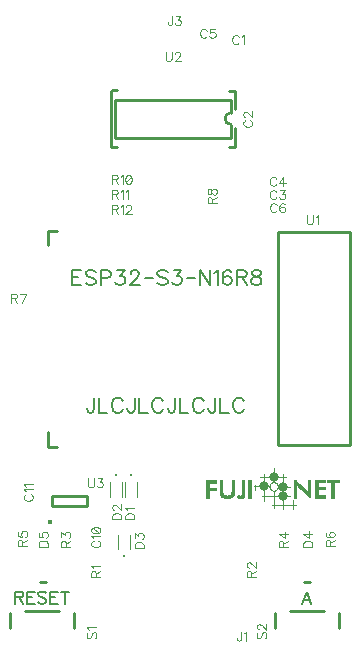
<source format=gbr>
G04 DipTrace 3.3.1.3*
G04 TopSilk.gbr*
%MOIN*%
G04 #@! TF.FileFunction,Legend,Top*
G04 #@! TF.Part,Single*
%ADD10C,0.009843*%
%ADD12C,0.003*%
%ADD13C,0.007874*%
%ADD22C,0.003937*%
%ADD43C,0.015401*%
%ADD49O,0.032613X0.032485*%
%ADD50C,0.032568*%
%ADD96C,0.004632*%
%ADD97C,0.00772*%
%ADD99C,0.006176*%
%FSLAX26Y26*%
G04*
G70*
G90*
G75*
G01*
G04 TopSilk*
%LPD*%
X857136Y945669D2*
D22*
Y898428D1*
X817766Y945669D2*
Y898428D1*
D13*
X837451Y969290D3*
X807136Y945669D2*
D22*
Y898428D1*
X767766Y945669D2*
Y898428D1*
D13*
X787451Y969290D3*
X792765Y722981D2*
D22*
Y770222D1*
X832135Y722981D2*
Y770222D1*
D13*
X812450Y699360D3*
X1434789Y613618D2*
D10*
X1415112D1*
X553539Y613619D2*
X533862D1*
X646193Y461265D2*
Y511262D1*
X433689Y461265D2*
Y511262D1*
X596185Y517514D2*
X483697D1*
X1528713Y461265D2*
Y511262D1*
X1316209Y461265D2*
Y511262D1*
X1478705Y517514D2*
X1366217D1*
X1565315Y1780392D2*
X1327825D1*
Y1071707D1*
X1565315D1*
Y1780392D1*
X590341Y1782337D2*
X559098Y1782262D1*
Y1738577D1*
Y1063554D2*
X590341D1*
X559098D2*
Y1113522D1*
X789015Y2252645D2*
X772638Y2252717D1*
X789798Y2063588D2*
X772638Y2063695D1*
X771112Y2251931D2*
Y2064445D1*
X1183612Y2251931D2*
Y2189436D1*
Y2126940D2*
Y2064445D1*
Y2251931D2*
X1164843D1*
X1170247Y2221201D2*
X784477D1*
X1170247Y2095211D2*
X784477D1*
Y2221201D2*
Y2095211D1*
X1170247Y2221201D2*
Y2177872D1*
Y2138504D2*
Y2095211D1*
Y2177872D2*
G03X1170247Y2138504I49J-19684D01*
G01*
X1183612Y2064445D2*
X1164843D1*
D43*
X566787Y814575D3*
X572050Y868641D2*
D10*
X690157D1*
X572050Y900132D2*
X690157D1*
Y868641D2*
Y900132D1*
X572050Y868641D2*
Y900132D1*
X1343977Y932046D2*
D22*
X1365266Y931907D1*
X1267564Y964281D2*
X1353852D1*
X1280971Y972153D2*
Y884829D1*
X1312316Y994243D2*
Y953915D1*
X1344204Y972000D2*
Y855657D1*
X1306427Y869266D2*
X1386827D1*
X1312452Y916621D2*
X1312316Y861311D1*
X1377043Y886478D2*
Y855657D1*
X1367576Y900351D2*
X1272274D1*
X1246003Y932073D2*
X1280745Y932198D1*
D49*
X1280292Y932060D3*
D50*
X1344091Y931949D3*
X1312248Y964406D3*
X1344000Y899658D3*
X1298274Y932247D2*
D22*
X1298308Y933231D1*
X1298409Y934211D1*
X1298577Y935181D1*
X1298811Y936137D1*
X1299110Y937074D1*
X1299472Y937988D1*
X1299896Y938873D1*
X1300380Y939727D1*
X1300921Y940543D1*
X1301517Y941320D1*
X1302164Y942052D1*
X1302860Y942736D1*
X1303601Y943370D1*
X1304384Y943949D1*
X1305204Y944471D1*
X1306058Y944933D1*
X1306942Y945334D1*
X1307851Y945671D1*
X1308781Y945942D1*
X1309728Y946147D1*
X1310686Y946284D1*
X1311651Y946353D1*
X1312618D1*
X1313583Y946284D1*
X1314541Y946147D1*
X1315488Y945942D1*
X1316418Y945671D1*
X1317327Y945334D1*
X1318211Y944933D1*
X1319065Y944471D1*
X1319885Y943949D1*
X1320668Y943370D1*
X1321409Y942736D1*
X1322105Y942052D1*
X1322752Y941320D1*
X1323348Y940543D1*
X1323889Y939727D1*
X1324373Y938873D1*
X1324797Y937988D1*
X1325159Y937074D1*
X1325458Y936137D1*
X1325692Y935181D1*
X1325860Y934211D1*
X1325961Y933231D1*
X1325995Y932247D1*
X1325961Y931262D1*
X1325860Y930282D1*
X1325692Y929312D1*
X1325458Y928356D1*
X1325159Y927419D1*
X1324797Y926506D1*
X1324373Y925620D1*
X1323889Y924767D1*
X1323348Y923950D1*
X1322752Y923174D1*
X1322105Y922442D1*
X1321409Y921757D1*
X1320668Y921124D1*
X1319885Y920545D1*
X1319065Y920023D1*
X1318211Y919560D1*
X1317327Y919159D1*
X1316418Y918823D1*
X1315488Y918551D1*
X1314541Y918346D1*
X1313583Y918209D1*
X1312618Y918140D1*
X1311651D1*
X1310686Y918209D1*
X1309728Y918346D1*
X1308781Y918551D1*
X1307851Y918823D1*
X1306942Y919159D1*
X1306058Y919560D1*
X1305204Y920023D1*
X1304384Y920545D1*
X1303601Y921124D1*
X1302860Y921757D1*
X1302164Y922442D1*
X1301517Y923174D1*
X1300921Y923950D1*
X1300380Y924767D1*
X1299896Y925620D1*
X1299472Y926506D1*
X1299110Y927419D1*
X1298811Y928356D1*
X1298577Y929312D1*
X1298409Y930282D1*
X1298308Y931262D1*
X1298274Y932247D1*
X1250804Y938421D2*
Y921472D1*
X1380738Y955213D2*
D12*
X1382238D1*
X1425738D2*
X1434738D1*
X1449738D2*
X1482738D1*
X1488738D2*
X1529238D1*
X1380738Y953713D2*
X1383738D1*
X1425738D2*
X1434738D1*
X1449738D2*
X1482738D1*
X1488738D2*
X1529238D1*
X1380738Y952213D2*
X1385238D1*
X1425738D2*
X1434738D1*
X1449738D2*
X1482738D1*
X1488738D2*
X1529238D1*
X1380738Y950713D2*
X1386738D1*
X1425738D2*
X1434738D1*
X1449738D2*
X1482738D1*
X1488738D2*
X1529238D1*
X1380738Y949213D2*
X1388238D1*
X1425738D2*
X1434738D1*
X1449738D2*
X1482738D1*
X1488738D2*
X1529238D1*
X1380738Y947713D2*
X1389738D1*
X1425738D2*
X1434738D1*
X1449738D2*
X1482738D1*
X1488738D2*
X1529238D1*
X1380738Y946213D2*
X1391238D1*
X1425738D2*
X1434738D1*
X1449738D2*
X1458738D1*
X1503738D2*
X1512738D1*
X1380738Y944713D2*
X1392738D1*
X1425738D2*
X1434738D1*
X1449738D2*
X1458738D1*
X1503738D2*
X1512738D1*
X1380738Y943213D2*
X1394238D1*
X1425738D2*
X1434738D1*
X1449738D2*
X1458738D1*
X1503738D2*
X1512738D1*
X1380738Y941713D2*
X1395738D1*
X1425738D2*
X1434738D1*
X1449738D2*
X1458738D1*
X1503738D2*
X1512738D1*
X1380738Y940213D2*
X1397244D1*
X1425738D2*
X1434738D1*
X1449738D2*
X1458738D1*
X1503738D2*
X1512738D1*
X1380738Y938713D2*
X1398797D1*
X1425738D2*
X1434738D1*
X1449738D2*
X1458738D1*
X1503738D2*
X1512738D1*
X1380738Y937213D2*
X1400488D1*
X1425738D2*
X1434738D1*
X1449738D2*
X1458738D1*
X1503738D2*
X1512738D1*
X1380738Y935713D2*
X1388238D1*
X1391007D2*
X1402347D1*
X1425738D2*
X1434738D1*
X1449738D2*
X1458738D1*
X1503738D2*
X1512738D1*
X1380738Y934213D2*
X1388238D1*
X1392135D2*
X1404232D1*
X1425738D2*
X1434738D1*
X1449738D2*
X1458738D1*
X1503738D2*
X1512738D1*
X1380738Y932713D2*
X1388238D1*
X1393252D2*
X1405994D1*
X1425738D2*
X1434738D1*
X1449738D2*
X1458738D1*
X1503738D2*
X1512738D1*
X1380738Y931213D2*
X1388238D1*
X1394542D2*
X1407633D1*
X1425738D2*
X1434738D1*
X1449738D2*
X1482738D1*
X1503738D2*
X1512738D1*
X1380738Y929713D2*
X1388238D1*
X1396094D2*
X1409196D1*
X1425738D2*
X1434738D1*
X1449738D2*
X1482738D1*
X1503738D2*
X1512738D1*
X1380738Y928213D2*
X1388238D1*
X1397889D2*
X1410723D1*
X1425738D2*
X1434738D1*
X1449738D2*
X1482738D1*
X1503738D2*
X1512738D1*
X1380738Y926713D2*
X1388238D1*
X1399748D2*
X1412233D1*
X1425738D2*
X1434738D1*
X1449738D2*
X1482738D1*
X1503738D2*
X1512738D1*
X1380738Y925213D2*
X1388238D1*
X1401499D2*
X1413736D1*
X1425738D2*
X1434738D1*
X1449738D2*
X1482738D1*
X1503738D2*
X1512738D1*
X1380738Y923713D2*
X1388238D1*
X1403135D2*
X1415238D1*
X1425738D2*
X1434738D1*
X1449738D2*
X1482738D1*
X1503738D2*
X1512738D1*
X1380738Y922213D2*
X1388238D1*
X1404697D2*
X1416738D1*
X1425738D2*
X1434738D1*
X1449738D2*
X1458738D1*
X1503738D2*
X1512738D1*
X1380738Y920713D2*
X1388238D1*
X1406223D2*
X1418244D1*
X1425733D2*
X1434738D1*
X1449738D2*
X1458738D1*
X1503738D2*
X1512738D1*
X1380738Y919213D2*
X1388238D1*
X1407739D2*
X1419801D1*
X1425675D2*
X1434738D1*
X1449738D2*
X1458738D1*
X1503738D2*
X1512738D1*
X1380738Y917713D2*
X1388238D1*
X1409295D2*
X1421533D1*
X1425444D2*
X1434738D1*
X1449738D2*
X1458738D1*
X1503738D2*
X1512738D1*
X1380738Y916213D2*
X1388238D1*
X1410987D2*
X1423546D1*
X1424931D2*
X1434738D1*
X1449738D2*
X1458738D1*
X1503738D2*
X1512738D1*
X1380738Y914713D2*
X1388238D1*
X1412847D2*
X1434738D1*
X1449738D2*
X1458738D1*
X1503738D2*
X1512738D1*
X1380738Y913213D2*
X1388238D1*
X1414732D2*
X1434738D1*
X1449738D2*
X1458738D1*
X1503738D2*
X1512738D1*
X1380738Y911713D2*
X1388238D1*
X1416494D2*
X1434738D1*
X1449738D2*
X1458738D1*
X1503738D2*
X1512738D1*
X1380738Y910213D2*
X1388238D1*
X1418133D2*
X1434738D1*
X1449738D2*
X1458738D1*
X1503738D2*
X1512738D1*
X1380738Y908713D2*
X1388238D1*
X1419696D2*
X1434738D1*
X1449738D2*
X1458738D1*
X1503738D2*
X1512738D1*
X1380738Y907213D2*
X1388238D1*
X1421223D2*
X1434738D1*
X1449738D2*
X1458738D1*
X1503738D2*
X1512738D1*
X1380738Y905713D2*
X1388238D1*
X1422733D2*
X1434738D1*
X1449738D2*
X1458738D1*
X1503738D2*
X1512738D1*
X1380738Y904213D2*
X1388238D1*
X1424242D2*
X1434738D1*
X1449738D2*
X1458738D1*
X1503738D2*
X1512738D1*
X1380738Y902713D2*
X1388238D1*
X1425796D2*
X1434738D1*
X1449738D2*
X1482738D1*
X1503738D2*
X1512738D1*
X1380738Y901213D2*
X1388238D1*
X1427489D2*
X1434738D1*
X1449738D2*
X1482738D1*
X1503738D2*
X1512738D1*
X1380738Y899713D2*
X1388238D1*
X1429361D2*
X1434738D1*
X1449738D2*
X1482738D1*
X1503738D2*
X1512738D1*
X1380738Y898213D2*
X1388238D1*
X1431308D2*
X1434738D1*
X1449738D2*
X1482738D1*
X1503738D2*
X1512738D1*
X1380738Y896713D2*
X1388238D1*
X1433238D2*
X1434738D1*
X1449738D2*
X1482738D1*
X1503738D2*
X1512738D1*
X1380738Y895213D2*
X1388238D1*
X1449738D2*
X1482738D1*
X1503738D2*
X1512738D1*
X1087222Y952552D2*
X1120222D1*
X1132222D2*
X1139722D1*
X1172722D2*
X1180222D1*
X1205722D2*
X1214722D1*
X1228222D2*
X1237222D1*
X1087222Y951052D2*
X1120222D1*
X1132222D2*
X1139722D1*
X1172722D2*
X1180222D1*
X1205722D2*
X1214722D1*
X1228222D2*
X1237222D1*
X1087222Y949552D2*
X1120222D1*
X1132222D2*
X1139722D1*
X1172722D2*
X1180222D1*
X1205722D2*
X1214722D1*
X1228222D2*
X1237222D1*
X1087222Y948052D2*
X1120222D1*
X1132222D2*
X1139722D1*
X1172722D2*
X1180222D1*
X1205722D2*
X1214722D1*
X1228222D2*
X1237222D1*
X1087222Y946552D2*
X1120222D1*
X1132222D2*
X1139722D1*
X1172722D2*
X1180222D1*
X1205722D2*
X1214722D1*
X1228222D2*
X1237222D1*
X1087222Y945052D2*
X1120222D1*
X1132222D2*
X1139722D1*
X1172722D2*
X1180222D1*
X1205722D2*
X1214722D1*
X1228222D2*
X1237222D1*
X1087222Y943552D2*
X1096222D1*
X1132222D2*
X1139722D1*
X1172722D2*
X1180222D1*
X1205722D2*
X1214722D1*
X1228222D2*
X1237222D1*
X1087222Y942052D2*
X1096222D1*
X1132222D2*
X1139722D1*
X1172722D2*
X1180222D1*
X1205722D2*
X1214722D1*
X1228222D2*
X1237222D1*
X1087222Y940552D2*
X1096222D1*
X1132222D2*
X1139722D1*
X1172722D2*
X1180222D1*
X1205722D2*
X1214722D1*
X1228222D2*
X1237222D1*
X1087222Y939052D2*
X1096222D1*
X1132222D2*
X1139722D1*
X1172722D2*
X1180222D1*
X1205722D2*
X1214722D1*
X1228222D2*
X1237222D1*
X1087222Y937552D2*
X1096222D1*
X1132222D2*
X1139722D1*
X1172722D2*
X1180222D1*
X1205722D2*
X1214722D1*
X1228222D2*
X1237222D1*
X1087222Y936052D2*
X1096222D1*
X1132222D2*
X1139722D1*
X1172722D2*
X1180222D1*
X1205722D2*
X1214722D1*
X1228222D2*
X1237222D1*
X1087222Y934552D2*
X1096222D1*
X1132222D2*
X1139722D1*
X1172722D2*
X1180222D1*
X1205722D2*
X1214722D1*
X1228222D2*
X1237222D1*
X1087222Y933052D2*
X1096222D1*
X1132222D2*
X1139722D1*
X1172722D2*
X1180222D1*
X1205722D2*
X1214722D1*
X1228222D2*
X1237222D1*
X1087222Y931552D2*
X1096222D1*
X1132222D2*
X1139722D1*
X1172722D2*
X1180222D1*
X1205722D2*
X1214722D1*
X1228222D2*
X1237222D1*
X1087222Y930052D2*
X1096222D1*
X1132222D2*
X1139722D1*
X1172722D2*
X1180222D1*
X1205722D2*
X1214722D1*
X1228222D2*
X1237222D1*
X1087222Y928552D2*
X1120222D1*
X1132222D2*
X1139722D1*
X1172722D2*
X1180222D1*
X1205722D2*
X1214722D1*
X1228222D2*
X1237222D1*
X1087222Y927052D2*
X1120222D1*
X1132222D2*
X1139722D1*
X1172722D2*
X1180222D1*
X1205722D2*
X1214722D1*
X1228222D2*
X1237222D1*
X1087222Y925552D2*
X1120222D1*
X1132222D2*
X1139722D1*
X1172722D2*
X1180222D1*
X1205722D2*
X1214722D1*
X1228222D2*
X1237222D1*
X1087222Y924052D2*
X1120222D1*
X1132222D2*
X1139722D1*
X1172722D2*
X1180222D1*
X1205722D2*
X1214722D1*
X1228222D2*
X1237222D1*
X1087222Y922552D2*
X1120222D1*
X1132222D2*
X1139722D1*
X1172722D2*
X1180222D1*
X1205722D2*
X1214722D1*
X1228222D2*
X1237222D1*
X1087222Y921052D2*
X1120222D1*
X1132222D2*
X1139728D1*
X1172722D2*
X1180222D1*
X1205722D2*
X1214722D1*
X1228222D2*
X1237222D1*
X1087222Y919552D2*
X1096222D1*
X1132222D2*
X1139781D1*
X1172717D2*
X1180222D1*
X1205722D2*
X1214722D1*
X1228222D2*
X1237222D1*
X1087222Y918052D2*
X1096222D1*
X1132222D2*
X1139972D1*
X1172664D2*
X1180222D1*
X1205722D2*
X1214722D1*
X1228222D2*
X1237222D1*
X1087222Y916552D2*
X1096222D1*
X1132222D2*
X1140331D1*
X1172473D2*
X1180222D1*
X1205722D2*
X1214722D1*
X1228222D2*
X1237222D1*
X1087222Y915052D2*
X1096222D1*
X1132222D2*
X1140716D1*
X1172113D2*
X1180222D1*
X1205722D2*
X1214722D1*
X1228222D2*
X1237222D1*
X1087222Y913552D2*
X1096222D1*
X1132222D2*
X1140984D1*
X1171723D2*
X1180222D1*
X1205722D2*
X1214722D1*
X1228222D2*
X1237222D1*
X1087222Y912052D2*
X1096222D1*
X1132228D2*
X1141175D1*
X1171409D2*
X1180217D1*
X1205722D2*
X1214722D1*
X1228222D2*
X1237222D1*
X1087222Y910552D2*
X1096222D1*
X1132281D2*
X1141436D1*
X1171073D2*
X1180164D1*
X1205722D2*
X1214722D1*
X1228222D2*
X1237222D1*
X1087222Y909052D2*
X1096222D1*
X1132472D2*
X1141886D1*
X1170585D2*
X1179973D1*
X1205717D2*
X1214722D1*
X1228222D2*
X1237222D1*
X1087222Y907552D2*
X1096222D1*
X1132837D2*
X1142589D1*
X1169866D2*
X1179608D1*
X1205658D2*
X1214722D1*
X1228222D2*
X1237222D1*
X1087222Y906052D2*
X1096222D1*
X1133280D2*
X1143510D1*
X1168937D2*
X1179164D1*
X1205391D2*
X1214717D1*
X1228222D2*
X1237222D1*
X1087222Y904552D2*
X1096222D1*
X1133786D2*
X1145836D1*
X1166610D2*
X1178659D1*
X1204870D2*
X1214664D1*
X1228222D2*
X1237222D1*
X1087222Y903052D2*
X1096222D1*
X1134481D2*
X1149815D1*
X1162630D2*
X1177964D1*
X1193722D2*
X1195222D1*
X1202988D2*
X1214467D1*
X1228222D2*
X1237222D1*
X1087222Y901552D2*
X1096222D1*
X1135353D2*
X1156078D1*
X1156367D2*
X1177092D1*
X1192291D2*
X1198832D1*
X1200157D2*
X1214055D1*
X1228222D2*
X1237222D1*
X1087222Y900052D2*
X1096222D1*
X1136334D2*
X1176111D1*
X1191101D2*
X1213473D1*
X1228222D2*
X1237222D1*
X1087222Y898552D2*
X1096222D1*
X1137610D2*
X1174835D1*
X1190210D2*
X1212788D1*
X1228222D2*
X1237222D1*
X1087222Y897052D2*
X1096222D1*
X1139476D2*
X1172969D1*
X1190366D2*
X1211958D1*
X1228222D2*
X1237222D1*
X1087222Y895552D2*
X1096222D1*
X1142046D2*
X1170399D1*
X1191818D2*
X1210796D1*
X1228222D2*
X1237222D1*
X1087222Y894052D2*
X1096222D1*
X1145231D2*
X1167214D1*
X1194038D2*
X1209150D1*
X1228222D2*
X1237222D1*
X1087222Y892552D2*
X1096222D1*
X1148722D2*
X1163722D1*
X1196722D2*
X1207222D1*
X1228222D2*
X1237222D1*
X1380738Y955213D2*
Y953713D1*
Y952213D1*
Y950713D1*
Y949213D1*
Y947713D1*
Y946213D1*
Y944713D1*
Y943213D1*
Y941713D1*
Y940213D1*
Y938713D1*
Y937213D1*
Y935713D1*
Y934213D1*
Y932713D1*
Y931213D1*
Y929713D1*
Y928213D1*
Y926713D1*
Y925213D1*
Y923713D1*
Y922213D1*
Y920713D1*
Y919213D1*
Y917713D1*
Y916213D1*
Y914713D1*
Y913213D1*
Y911713D1*
Y910213D1*
Y908713D1*
Y907213D1*
Y905713D1*
Y904213D1*
Y902713D1*
Y901213D1*
Y899713D1*
Y898213D1*
Y896713D1*
Y895213D1*
X1382238Y955213D2*
X1383738Y953713D1*
X1385238Y952213D1*
X1386738Y950713D1*
X1388238Y949213D1*
X1389738Y947713D1*
X1391238Y946213D1*
X1392738Y944713D1*
X1394238Y943213D1*
X1395738Y941713D1*
X1397244Y940213D1*
X1398797Y938713D1*
X1400488Y937213D1*
X1402347Y935713D1*
X1404232Y934213D1*
X1405994Y932713D1*
X1407633Y931213D1*
X1409196Y929713D1*
X1410723Y928213D1*
X1412233Y926713D1*
X1413736Y925213D1*
X1415238Y923713D1*
X1416738Y922213D1*
X1418244Y920713D1*
X1419801Y919213D1*
X1421533Y917713D1*
X1423546Y916213D1*
X1425738Y914713D1*
Y955213D2*
Y953713D1*
Y952213D1*
Y950713D1*
Y949213D1*
Y947713D1*
Y946213D1*
Y944713D1*
Y943213D1*
Y941713D1*
Y940213D1*
Y938713D1*
Y937213D1*
Y935713D1*
Y934213D1*
Y932713D1*
Y931213D1*
Y929713D1*
Y928213D1*
Y926713D1*
Y925213D1*
Y923713D1*
Y922213D1*
X1425733Y920713D1*
X1425675Y919213D1*
X1425444Y917713D1*
X1424931Y916213D1*
X1424238Y914713D1*
X1434738Y955213D2*
Y953713D1*
Y952213D1*
Y950713D1*
Y949213D1*
Y947713D1*
Y946213D1*
Y944713D1*
Y943213D1*
Y941713D1*
Y940213D1*
Y938713D1*
Y937213D1*
Y935713D1*
Y934213D1*
Y932713D1*
Y931213D1*
Y929713D1*
Y928213D1*
Y926713D1*
Y925213D1*
Y923713D1*
Y922213D1*
Y920713D1*
Y919213D1*
Y917713D1*
Y916213D1*
Y914713D1*
Y913213D1*
Y911713D1*
Y910213D1*
Y908713D1*
Y907213D1*
Y905713D1*
Y904213D1*
Y902713D1*
Y901213D1*
Y899713D1*
Y898213D1*
Y896713D1*
X1449738Y955213D2*
Y953713D1*
Y952213D1*
Y950713D1*
Y949213D1*
Y947713D1*
Y946213D1*
Y944713D1*
Y943213D1*
Y941713D1*
Y940213D1*
Y938713D1*
Y937213D1*
Y935713D1*
Y934213D1*
Y932713D1*
Y931213D1*
Y929713D1*
Y928213D1*
Y926713D1*
Y925213D1*
Y923713D1*
Y922213D1*
Y920713D1*
Y919213D1*
Y917713D1*
Y916213D1*
Y914713D1*
Y913213D1*
Y911713D1*
Y910213D1*
Y908713D1*
Y907213D1*
Y905713D1*
Y904213D1*
Y902713D1*
Y901213D1*
Y899713D1*
Y898213D1*
Y896713D1*
Y895213D1*
X1482738Y955213D2*
Y953713D1*
Y952213D1*
Y950713D1*
Y949213D1*
Y947713D1*
X1488738Y955213D2*
Y953713D1*
Y952213D1*
Y950713D1*
Y949213D1*
Y947713D1*
Y946213D1*
X1503738D1*
Y944713D1*
Y943213D1*
Y941713D1*
Y940213D1*
Y938713D1*
Y937213D1*
Y935713D1*
Y934213D1*
Y932713D1*
Y931213D1*
Y929713D1*
Y928213D1*
Y926713D1*
Y925213D1*
Y923713D1*
Y922213D1*
Y920713D1*
Y919213D1*
Y917713D1*
Y916213D1*
Y914713D1*
Y913213D1*
Y911713D1*
Y910213D1*
Y908713D1*
Y907213D1*
Y905713D1*
Y904213D1*
Y902713D1*
Y901213D1*
Y899713D1*
Y898213D1*
Y896713D1*
Y895213D1*
X1529238Y955213D2*
Y953713D1*
Y952213D1*
Y950713D1*
Y949213D1*
Y947713D1*
Y946213D1*
X1512738D1*
Y944713D1*
Y943213D1*
Y941713D1*
Y940213D1*
Y938713D1*
Y937213D1*
Y935713D1*
Y934213D1*
Y932713D1*
Y931213D1*
Y929713D1*
Y928213D1*
Y926713D1*
Y925213D1*
Y923713D1*
Y922213D1*
Y920713D1*
Y919213D1*
Y917713D1*
Y916213D1*
Y914713D1*
Y913213D1*
Y911713D1*
Y910213D1*
Y908713D1*
Y907213D1*
Y905713D1*
Y904213D1*
Y902713D1*
Y901213D1*
Y899713D1*
Y898213D1*
Y896713D1*
Y895213D1*
X1458738Y947713D2*
Y946213D1*
Y944713D1*
Y943213D1*
Y941713D1*
Y940213D1*
Y938713D1*
Y937213D1*
Y935713D1*
Y934213D1*
Y932713D1*
Y931213D1*
X1388238Y937213D2*
Y935713D1*
Y934213D1*
Y932713D1*
Y931213D1*
Y929713D1*
Y928213D1*
Y926713D1*
Y925213D1*
Y923713D1*
Y922213D1*
Y920713D1*
Y919213D1*
Y917713D1*
Y916213D1*
Y914713D1*
Y913213D1*
Y911713D1*
Y910213D1*
Y908713D1*
Y907213D1*
Y905713D1*
Y904213D1*
Y902713D1*
Y901213D1*
Y899713D1*
Y898213D1*
Y896713D1*
Y895213D1*
X1389738Y937213D2*
X1391007Y935713D1*
X1392135Y934213D1*
X1393252Y932713D1*
X1394542Y931213D1*
X1396094Y929713D1*
X1397889Y928213D1*
X1399748Y926713D1*
X1401499Y925213D1*
X1403135Y923713D1*
X1404697Y922213D1*
X1406223Y920713D1*
X1407739Y919213D1*
X1409295Y917713D1*
X1410987Y916213D1*
X1412847Y914713D1*
X1414732Y913213D1*
X1416494Y911713D1*
X1418133Y910213D1*
X1419696Y908713D1*
X1421223Y907213D1*
X1422733Y905713D1*
X1424242Y904213D1*
X1425796Y902713D1*
X1427489Y901213D1*
X1429361Y899713D1*
X1431308Y898213D1*
X1433238Y896713D1*
X1482738Y931213D2*
Y929713D1*
Y928213D1*
Y926713D1*
Y925213D1*
Y923713D1*
X1458738D2*
Y922213D1*
Y920713D1*
Y919213D1*
Y917713D1*
Y916213D1*
Y914713D1*
Y913213D1*
Y911713D1*
Y910213D1*
Y908713D1*
Y907213D1*
Y905713D1*
Y904213D1*
Y902713D1*
X1482738D2*
Y901213D1*
Y899713D1*
Y898213D1*
Y896713D1*
Y895213D1*
X1087222Y952552D2*
Y951052D1*
Y949552D1*
Y948052D1*
Y946552D1*
Y945052D1*
Y943552D1*
Y942052D1*
Y940552D1*
Y939052D1*
Y937552D1*
Y936052D1*
Y934552D1*
Y933052D1*
Y931552D1*
Y930052D1*
Y928552D1*
Y927052D1*
Y925552D1*
Y924052D1*
Y922552D1*
Y921052D1*
Y919552D1*
Y918052D1*
Y916552D1*
Y915052D1*
Y913552D1*
Y912052D1*
Y910552D1*
Y909052D1*
Y907552D1*
Y906052D1*
Y904552D1*
Y903052D1*
Y901552D1*
Y900052D1*
Y898552D1*
Y897052D1*
Y895552D1*
Y894052D1*
Y892552D1*
X1120222Y952552D2*
Y951052D1*
Y949552D1*
Y948052D1*
Y946552D1*
Y945052D1*
X1132222Y952552D2*
Y951052D1*
Y949552D1*
Y948052D1*
Y946552D1*
Y945052D1*
Y943552D1*
Y942052D1*
Y940552D1*
Y939052D1*
Y937552D1*
Y936052D1*
Y934552D1*
Y933052D1*
Y931552D1*
Y930052D1*
Y928552D1*
Y927052D1*
Y925552D1*
Y924052D1*
Y922552D1*
Y921052D1*
Y919552D1*
Y918052D1*
Y916552D1*
Y915052D1*
Y913552D1*
X1132228Y912052D1*
X1132281Y910552D1*
X1132472Y909052D1*
X1132837Y907552D1*
X1133280Y906052D1*
X1133786Y904552D1*
X1134481Y903052D1*
X1135353Y901552D1*
X1136334Y900052D1*
X1137610Y898552D1*
X1139476Y897052D1*
X1142046Y895552D1*
X1145231Y894052D1*
X1148722Y892552D1*
X1139722Y952552D2*
Y951052D1*
Y949552D1*
Y948052D1*
Y946552D1*
Y945052D1*
Y943552D1*
Y942052D1*
Y940552D1*
Y939052D1*
Y937552D1*
Y936052D1*
Y934552D1*
Y933052D1*
Y931552D1*
Y930052D1*
Y928552D1*
Y927052D1*
Y925552D1*
Y924052D1*
Y922552D1*
X1139728Y921052D1*
X1139781Y919552D1*
X1139972Y918052D1*
X1140331Y916552D1*
X1140716Y915052D1*
X1140984Y913552D1*
X1141175Y912052D1*
X1141436Y910552D1*
X1141886Y909052D1*
X1142589Y907552D1*
X1143510Y906052D1*
X1145836Y904552D1*
X1149815Y903052D1*
X1156078Y901552D1*
X1163722Y900052D1*
X1172722Y952552D2*
Y951052D1*
Y949552D1*
Y948052D1*
Y946552D1*
Y945052D1*
Y943552D1*
Y942052D1*
Y940552D1*
Y939052D1*
Y937552D1*
Y936052D1*
Y934552D1*
Y933052D1*
Y931552D1*
Y930052D1*
Y928552D1*
Y927052D1*
Y925552D1*
Y924052D1*
Y922552D1*
Y921052D1*
X1172717Y919552D1*
X1172664Y918052D1*
X1172473Y916552D1*
X1172113Y915052D1*
X1171723Y913552D1*
X1171409Y912052D1*
X1171073Y910552D1*
X1170585Y909052D1*
X1169866Y907552D1*
X1168937Y906052D1*
X1166610Y904552D1*
X1162630Y903052D1*
X1156367Y901552D1*
X1148722Y900052D1*
X1180222Y952552D2*
Y951052D1*
Y949552D1*
Y948052D1*
Y946552D1*
Y945052D1*
Y943552D1*
Y942052D1*
Y940552D1*
Y939052D1*
Y937552D1*
Y936052D1*
Y934552D1*
Y933052D1*
Y931552D1*
Y930052D1*
Y928552D1*
Y927052D1*
Y925552D1*
Y924052D1*
Y922552D1*
Y921052D1*
Y919552D1*
Y918052D1*
Y916552D1*
Y915052D1*
Y913552D1*
X1180217Y912052D1*
X1180164Y910552D1*
X1179973Y909052D1*
X1179608Y907552D1*
X1179164Y906052D1*
X1178659Y904552D1*
X1177964Y903052D1*
X1177092Y901552D1*
X1176111Y900052D1*
X1174835Y898552D1*
X1172969Y897052D1*
X1170399Y895552D1*
X1167214Y894052D1*
X1163722Y892552D1*
X1205722Y952552D2*
Y951052D1*
Y949552D1*
Y948052D1*
Y946552D1*
Y945052D1*
Y943552D1*
Y942052D1*
Y940552D1*
Y939052D1*
Y937552D1*
Y936052D1*
Y934552D1*
Y933052D1*
Y931552D1*
Y930052D1*
Y928552D1*
Y927052D1*
Y925552D1*
Y924052D1*
Y922552D1*
Y921052D1*
Y919552D1*
Y918052D1*
Y916552D1*
Y915052D1*
Y913552D1*
Y912052D1*
Y910552D1*
X1205717Y909052D1*
X1205658Y907552D1*
X1205391Y906052D1*
X1204870Y904552D1*
X1202988Y903052D1*
X1200157Y901552D1*
X1196722Y900052D1*
X1214722Y952552D2*
Y951052D1*
Y949552D1*
Y948052D1*
Y946552D1*
Y945052D1*
Y943552D1*
Y942052D1*
Y940552D1*
Y939052D1*
Y937552D1*
Y936052D1*
Y934552D1*
Y933052D1*
Y931552D1*
Y930052D1*
Y928552D1*
Y927052D1*
Y925552D1*
Y924052D1*
Y922552D1*
Y921052D1*
Y919552D1*
Y918052D1*
Y916552D1*
Y915052D1*
Y913552D1*
Y912052D1*
Y910552D1*
Y909052D1*
Y907552D1*
X1214717Y906052D1*
X1214664Y904552D1*
X1214467Y903052D1*
X1214055Y901552D1*
X1213473Y900052D1*
X1212788Y898552D1*
X1211958Y897052D1*
X1210796Y895552D1*
X1209150Y894052D1*
X1207222Y892552D1*
X1228222Y952552D2*
Y951052D1*
Y949552D1*
Y948052D1*
Y946552D1*
Y945052D1*
Y943552D1*
Y942052D1*
Y940552D1*
Y939052D1*
Y937552D1*
Y936052D1*
Y934552D1*
Y933052D1*
Y931552D1*
Y930052D1*
Y928552D1*
Y927052D1*
Y925552D1*
Y924052D1*
Y922552D1*
Y921052D1*
Y919552D1*
Y918052D1*
Y916552D1*
Y915052D1*
Y913552D1*
Y912052D1*
Y910552D1*
Y909052D1*
Y907552D1*
Y906052D1*
Y904552D1*
Y903052D1*
Y901552D1*
Y900052D1*
Y898552D1*
Y897052D1*
Y895552D1*
Y894052D1*
Y892552D1*
X1237222Y952552D2*
Y951052D1*
Y949552D1*
Y948052D1*
Y946552D1*
Y945052D1*
Y943552D1*
Y942052D1*
Y940552D1*
Y939052D1*
Y937552D1*
Y936052D1*
Y934552D1*
Y933052D1*
Y931552D1*
Y930052D1*
Y928552D1*
Y927052D1*
Y925552D1*
Y924052D1*
Y922552D1*
Y921052D1*
Y919552D1*
Y918052D1*
Y916552D1*
Y915052D1*
Y913552D1*
Y912052D1*
Y910552D1*
Y909052D1*
Y907552D1*
Y906052D1*
Y904552D1*
Y903052D1*
Y901552D1*
Y900052D1*
Y898552D1*
Y897052D1*
Y895552D1*
Y894052D1*
Y892552D1*
X1096222Y945052D2*
Y943552D1*
Y942052D1*
Y940552D1*
Y939052D1*
Y937552D1*
Y936052D1*
Y934552D1*
Y933052D1*
Y931552D1*
Y930052D1*
Y928552D1*
X1120222D2*
Y927052D1*
Y925552D1*
Y924052D1*
Y922552D1*
Y921052D1*
X1096222D2*
Y919552D1*
Y918052D1*
Y916552D1*
Y915052D1*
Y913552D1*
Y912052D1*
Y910552D1*
Y909052D1*
Y907552D1*
Y906052D1*
Y904552D1*
Y903052D1*
Y901552D1*
Y900052D1*
Y898552D1*
Y897052D1*
Y895552D1*
Y894052D1*
Y892552D1*
X1193722Y903052D2*
X1192291Y901552D1*
X1191101Y900052D1*
X1190210Y898552D1*
X1190366Y897052D1*
X1191818Y895552D1*
X1194038Y894052D1*
X1196722Y892552D1*
X1195222Y903052D2*
X1198832Y901552D1*
X1202722Y900052D1*
X1196232Y2429438D2*
D96*
X1194806Y2432289D1*
X1191921Y2435175D1*
X1189069Y2436601D1*
X1183332D1*
X1180447Y2435175D1*
X1177595Y2432289D1*
X1176136Y2429438D1*
X1174710Y2425127D1*
Y2417930D1*
X1176136Y2413653D1*
X1177595Y2410768D1*
X1180447Y2407916D1*
X1183332Y2406457D1*
X1189069D1*
X1191921Y2407916D1*
X1194806Y2410768D1*
X1196232Y2413653D1*
X1205495Y2430830D2*
X1208381Y2432289D1*
X1212692Y2436567D1*
Y2406457D1*
X1218152Y2152873D2*
X1215300Y2151447D1*
X1212415Y2148562D1*
X1210989Y2145710D1*
Y2139973D1*
X1212415Y2137088D1*
X1215300Y2134236D1*
X1218152Y2132777D1*
X1222463Y2131351D1*
X1229659D1*
X1233937Y2132777D1*
X1236822Y2134236D1*
X1239674Y2137088D1*
X1241133Y2139973D1*
Y2145710D1*
X1239674Y2148562D1*
X1236822Y2151447D1*
X1233937Y2152873D1*
X1218185Y2163595D2*
X1216759D1*
X1213874Y2165021D1*
X1212448Y2166447D1*
X1211022Y2169332D1*
Y2175069D1*
X1212448Y2177921D1*
X1213874Y2179347D1*
X1216759Y2180806D1*
X1219611D1*
X1222496Y2179347D1*
X1226774Y2176495D1*
X1241133Y2162136D1*
Y2182232D1*
X1321625Y1912583D2*
X1320199Y1915435D1*
X1317313Y1918320D1*
X1314462Y1919746D1*
X1308725D1*
X1305840Y1918320D1*
X1302988Y1915435D1*
X1301529Y1912583D1*
X1300103Y1908272D1*
Y1901076D1*
X1301529Y1896798D1*
X1302988Y1893913D1*
X1305840Y1891061D1*
X1308725Y1889602D1*
X1314462D1*
X1317313Y1891061D1*
X1320199Y1893913D1*
X1321625Y1896798D1*
X1333773Y1919713D2*
X1349525D1*
X1340936Y1908239D1*
X1345247D1*
X1348099Y1906813D1*
X1349525Y1905387D1*
X1350984Y1901076D1*
Y1898224D1*
X1349525Y1893913D1*
X1346673Y1891028D1*
X1342362Y1889602D1*
X1338051D1*
X1333773Y1891028D1*
X1332347Y1892487D1*
X1330888Y1895339D1*
X1321522Y1957331D2*
X1320096Y1960183D1*
X1317211Y1963068D1*
X1314359Y1964494D1*
X1308622D1*
X1305737Y1963068D1*
X1302885Y1960183D1*
X1301426Y1957331D1*
X1300000Y1953020D1*
Y1945824D1*
X1301426Y1941546D1*
X1302885Y1938661D1*
X1305737Y1935809D1*
X1308622Y1934350D1*
X1314359D1*
X1317211Y1935809D1*
X1320096Y1938661D1*
X1321522Y1941546D1*
X1345144Y1934350D2*
Y1964461D1*
X1330785Y1944398D1*
X1352307D1*
X1089191Y2450501D2*
X1087765Y2453352D1*
X1084880Y2456238D1*
X1082029Y2457664D1*
X1076292D1*
X1073406Y2456238D1*
X1070555Y2453352D1*
X1069095Y2450501D1*
X1067669Y2446190D1*
Y2438993D1*
X1069095Y2434716D1*
X1070555Y2431831D1*
X1073406Y2428979D1*
X1076292Y2427520D1*
X1082029D1*
X1084880Y2428979D1*
X1087765Y2431831D1*
X1089191Y2434716D1*
X1115666Y2457630D2*
X1101340D1*
X1099914Y2444730D1*
X1101340Y2446156D1*
X1105651Y2447616D1*
X1109929D1*
X1114240Y2446156D1*
X1117125Y2443304D1*
X1118551Y2438993D1*
Y2436142D1*
X1117125Y2431831D1*
X1114240Y2428945D1*
X1109929Y2427520D1*
X1105651D1*
X1101340Y2428945D1*
X1099914Y2430405D1*
X1098455Y2433256D1*
X1322353Y1869251D2*
X1320927Y1872103D1*
X1318042Y1874988D1*
X1315190Y1876414D1*
X1309453D1*
X1306568Y1874988D1*
X1303716Y1872103D1*
X1302257Y1869251D1*
X1300831Y1864940D1*
Y1857744D1*
X1302257Y1853466D1*
X1303716Y1850581D1*
X1306568Y1847729D1*
X1309453Y1846270D1*
X1315190D1*
X1318042Y1847729D1*
X1320927Y1850581D1*
X1322353Y1853466D1*
X1348827Y1872103D2*
X1347401Y1874955D1*
X1343090Y1876381D1*
X1340238D1*
X1335927Y1874955D1*
X1333042Y1870644D1*
X1331616Y1863481D1*
Y1856318D1*
X1333042Y1850581D1*
X1335927Y1847696D1*
X1340238Y1846270D1*
X1341664D1*
X1345942Y1847696D1*
X1348827Y1850581D1*
X1350253Y1854892D1*
Y1856318D1*
X1348827Y1860629D1*
X1345942Y1863481D1*
X1341664Y1864907D1*
X1340238D1*
X1335927Y1863481D1*
X1333042Y1860629D1*
X1331616Y1856318D1*
X711901Y750892D2*
X709049Y749466D1*
X706164Y746581D1*
X704738Y743729D1*
Y737992D1*
X706164Y735107D1*
X709049Y732255D1*
X711901Y730796D1*
X716212Y729370D1*
X723408D1*
X727686Y730796D1*
X730571Y732255D1*
X733423Y735107D1*
X734882Y737992D1*
Y743729D1*
X733423Y746581D1*
X730571Y749466D1*
X727686Y750892D1*
X710508Y760156D2*
X709049Y763041D1*
X704771Y767352D1*
X734882D1*
X704771Y785237D2*
X706197Y780926D1*
X710508Y778041D1*
X717671Y776615D1*
X721982D1*
X729145Y778041D1*
X733456Y780926D1*
X734882Y785237D1*
Y788089D1*
X733456Y792400D1*
X729145Y795252D1*
X721982Y796711D1*
X717671D1*
X710508Y795252D1*
X706197Y792400D1*
X704771Y788089D1*
Y785237D1*
X710508Y795252D2*
X729145Y778041D1*
X486901Y906161D2*
X484049Y904735D1*
X481164Y901850D1*
X479738Y898998D1*
Y893261D1*
X481164Y890376D1*
X484049Y887524D1*
X486901Y886065D1*
X491212Y884639D1*
X498408D1*
X502686Y886065D1*
X505571Y887524D1*
X508423Y890376D1*
X509882Y893261D1*
Y898998D1*
X508423Y901850D1*
X505571Y904735D1*
X502686Y906161D1*
X485508Y915425D2*
X484049Y918310D1*
X479771Y922621D1*
X509882D1*
X485508Y931884D2*
X484049Y934769D1*
X479771Y939080D1*
X509882D1*
X817583Y823158D2*
X847727D1*
Y833206D1*
X846268Y837517D1*
X843416Y840402D1*
X840531Y841828D1*
X836253Y843254D1*
X829057D1*
X824746Y841828D1*
X821894Y840402D1*
X819009Y837517D1*
X817583Y833206D1*
Y823158D1*
X823353Y852518D2*
X821894Y855403D1*
X817616Y859714D1*
X847727D1*
X773833Y822957D2*
X803977D1*
Y833005D1*
X802518Y837316D1*
X799666Y840201D1*
X796781Y841627D1*
X792503Y843053D1*
X785307D1*
X780996Y841627D1*
X778144Y840201D1*
X775259Y837316D1*
X773833Y833005D1*
Y822957D1*
X781029Y853776D2*
X779603D1*
X776718Y855202D1*
X775292Y856628D1*
X773866Y859513D1*
Y865250D1*
X775292Y868102D1*
X776718Y869528D1*
X779603Y870987D1*
X782455D1*
X785340Y869528D1*
X789618Y866676D1*
X803977Y852317D1*
Y872413D1*
X848831Y727486D2*
X878975D1*
Y737534D1*
X877516Y741845D1*
X874664Y744730D1*
X871779Y746156D1*
X867501Y747582D1*
X860305D1*
X855994Y746156D1*
X853142Y744730D1*
X850257Y741845D1*
X848831Y737534D1*
Y727486D1*
X848864Y759731D2*
Y775483D1*
X860338Y766894D1*
Y771205D1*
X861764Y774057D1*
X863190Y775483D1*
X867501Y776942D1*
X870353D1*
X874664Y775483D1*
X877549Y772631D1*
X878975Y768320D1*
Y764009D1*
X877549Y759731D1*
X876090Y758305D1*
X873238Y756846D1*
X1410986Y731121D2*
X1441130D1*
Y741169D1*
X1439671Y745480D1*
X1436819Y748365D1*
X1433934Y749791D1*
X1429656Y751217D1*
X1422460D1*
X1418149Y749791D1*
X1415297Y748365D1*
X1412412Y745480D1*
X1410986Y741169D1*
Y731121D1*
X1441130Y774840D2*
X1411019D1*
X1431082Y760481D1*
Y782002D1*
X529738Y731835D2*
X559882D1*
Y741883D1*
X558423Y746194D1*
X555571Y749079D1*
X552686Y750505D1*
X548408Y751931D1*
X541212D1*
X536901Y750505D1*
X534049Y749079D1*
X531164Y746194D1*
X529738Y741883D1*
Y731835D1*
X529771Y778406D2*
Y764080D1*
X542671Y762654D1*
X541245Y764080D1*
X539786Y768391D1*
Y772669D1*
X541245Y776980D1*
X544097Y779865D1*
X548408Y781291D1*
X551260D1*
X555571Y779865D1*
X558456Y776980D1*
X559882Y772669D1*
Y768391D1*
X558456Y764080D1*
X556997Y762654D1*
X554145Y761195D1*
X1204019Y448313D2*
Y425366D1*
X1202593Y421055D1*
X1201134Y419629D1*
X1198282Y418169D1*
X1195397D1*
X1192545Y419629D1*
X1191119Y421055D1*
X1189660Y425366D1*
Y428217D1*
X1213283Y442543D2*
X1216168Y444002D1*
X1220479Y448280D1*
Y418169D1*
X973701Y2500082D2*
Y2477134D1*
X972275Y2472823D1*
X970815Y2471397D1*
X967964Y2469938D1*
X965078D1*
X962227Y2471397D1*
X960801Y2472823D1*
X959341Y2477134D1*
Y2479986D1*
X985849Y2500049D2*
X1001601D1*
X993012Y2488575D1*
X997323D1*
X1000175Y2487149D1*
X1001601Y2485723D1*
X1003060Y2481412D1*
Y2478560D1*
X1001601Y2474249D1*
X998749Y2471364D1*
X994438Y2469938D1*
X990127D1*
X985849Y2471364D1*
X984423Y2472823D1*
X982964Y2475675D1*
X719087Y631082D2*
Y643982D1*
X717628Y648293D1*
X716202Y649752D1*
X713350Y651178D1*
X710465D1*
X707613Y649752D1*
X706154Y648293D1*
X704728Y643982D1*
Y631082D1*
X734872D1*
X719087Y641130D2*
X734872Y651178D1*
X710498Y660441D2*
X709039Y663326D1*
X704761Y667637D1*
X734872D1*
X1237846Y630881D2*
Y643781D1*
X1236387Y648092D1*
X1234961Y649551D1*
X1232110Y650977D1*
X1229224D1*
X1226373Y649551D1*
X1224913Y648092D1*
X1223487Y643781D1*
Y630881D1*
X1253631D1*
X1237846Y640929D2*
X1253631Y650977D1*
X1230684Y661700D2*
X1229258D1*
X1226373Y663126D1*
X1224947Y664552D1*
X1223521Y667437D1*
Y673174D1*
X1224947Y676026D1*
X1226373Y677452D1*
X1229258Y678911D1*
X1232110D1*
X1234995Y677452D1*
X1239272Y674600D1*
X1253631Y660241D1*
Y680337D1*
X619097Y731471D2*
Y744370D1*
X617638Y748681D1*
X616212Y750141D1*
X613360Y751566D1*
X610475D1*
X607623Y750141D1*
X606164Y748681D1*
X604738Y744370D1*
Y731471D1*
X634882D1*
X619097Y741519D2*
X634882Y751566D1*
X604771Y763715D2*
Y779467D1*
X616245Y770878D1*
Y775189D1*
X617671Y778041D1*
X619097Y779467D1*
X623408Y780926D1*
X626260D1*
X630571Y779467D1*
X633456Y776615D1*
X634882Y772304D1*
Y767993D1*
X633456Y763715D1*
X631997Y762289D1*
X629145Y760830D1*
X1344096Y730759D2*
Y743659D1*
X1342637Y747970D1*
X1341211Y749429D1*
X1338359Y750855D1*
X1335474D1*
X1332622Y749429D1*
X1331163Y747970D1*
X1329737Y743659D1*
Y730759D1*
X1359881D1*
X1344096Y740807D2*
X1359881Y750855D1*
Y774477D2*
X1329770D1*
X1349833Y760118D1*
Y781640D1*
X474724Y733993D2*
Y746893D1*
X473265Y751204D1*
X471839Y752663D1*
X468987Y754089D1*
X466102D1*
X463250Y752663D1*
X461791Y751204D1*
X460365Y746893D1*
Y733993D1*
X490509D1*
X474724Y744041D2*
X490509Y754089D1*
X460399Y780563D2*
Y766237D1*
X473299Y764811D1*
X471873Y766237D1*
X470413Y770548D1*
Y774826D1*
X471873Y779137D1*
X474724Y782022D1*
X479035Y783448D1*
X481887D1*
X486198Y782022D1*
X489083Y779137D1*
X490509Y774826D1*
Y770548D1*
X489083Y766237D1*
X487624Y764811D1*
X484772Y763352D1*
X1500035Y733478D2*
Y746378D1*
X1498576Y750689D1*
X1497150Y752148D1*
X1494298Y753574D1*
X1491413D1*
X1488562Y752148D1*
X1487102Y750689D1*
X1485676Y746378D1*
Y733478D1*
X1515820D1*
X1500035Y743526D2*
X1515820Y753574D1*
X1489987Y780049D2*
X1487136Y778623D1*
X1485710Y774312D1*
Y771460D1*
X1487136Y767149D1*
X1491447Y764264D1*
X1498610Y762838D1*
X1505772D1*
X1511509Y764264D1*
X1514394Y767149D1*
X1515820Y771460D1*
Y772886D1*
X1514394Y777164D1*
X1511509Y780049D1*
X1507198Y781475D1*
X1505772D1*
X1501461Y780049D1*
X1498610Y777164D1*
X1497184Y772886D1*
Y771460D1*
X1498610Y767149D1*
X1501461Y764264D1*
X1505772Y762838D1*
X437969Y1560430D2*
X450869D1*
X455180Y1561890D1*
X456639Y1563316D1*
X458065Y1566167D1*
Y1569053D1*
X456639Y1571904D1*
X455180Y1573364D1*
X450869Y1574789D1*
X437969D1*
Y1544645D1*
X448017Y1560430D2*
X458065Y1544645D1*
X473066D2*
X487425Y1574756D1*
X467329D1*
X1106597Y1875830D2*
Y1888730D1*
X1105138Y1893041D1*
X1103712Y1894500D1*
X1100860Y1895926D1*
X1097975D1*
X1095123Y1894500D1*
X1093664Y1893041D1*
X1092238Y1888730D1*
Y1875830D1*
X1122382D1*
X1106597Y1885878D2*
X1122382Y1895926D1*
X1092271Y1912352D2*
X1093697Y1908074D1*
X1096549Y1906615D1*
X1099434D1*
X1102286Y1908074D1*
X1103745Y1910926D1*
X1105171Y1916663D1*
X1106597Y1920974D1*
X1109482Y1923826D1*
X1112334Y1925252D1*
X1116645D1*
X1119497Y1923826D1*
X1120956Y1922400D1*
X1122382Y1918089D1*
Y1912352D1*
X1120956Y1908074D1*
X1119497Y1906615D1*
X1116645Y1905189D1*
X1112334D1*
X1109482Y1906615D1*
X1106597Y1909500D1*
X1105171Y1913778D1*
X1103745Y1919515D1*
X1102286Y1922400D1*
X1099434Y1923826D1*
X1096549D1*
X1093697Y1922400D1*
X1092271Y1918089D1*
Y1912352D1*
X772653Y1955804D2*
X785553D1*
X789864Y1957264D1*
X791323Y1958690D1*
X792749Y1961541D1*
Y1964427D1*
X791323Y1967278D1*
X789864Y1968738D1*
X785553Y1970164D1*
X772653D1*
Y1940020D1*
X782701Y1955804D2*
X792749Y1940020D1*
X802012Y1964393D2*
X804897Y1965852D1*
X809208Y1970130D1*
Y1940020D1*
X827094Y1970130D2*
X822783Y1968704D1*
X819898Y1964393D1*
X818472Y1957230D1*
Y1952919D1*
X819898Y1945756D1*
X822783Y1941445D1*
X827094Y1940020D1*
X829946D1*
X834257Y1941445D1*
X837109Y1945756D1*
X838568Y1952919D1*
Y1957230D1*
X837109Y1964393D1*
X834257Y1968704D1*
X829946Y1970130D1*
X827094D1*
X837109Y1964393D2*
X819898Y1945756D1*
X772853Y1905806D2*
X785753D1*
X790064Y1907265D1*
X791523Y1908691D1*
X792949Y1911543D1*
Y1914428D1*
X791523Y1917280D1*
X790064Y1918739D1*
X785753Y1920165D1*
X772853D1*
Y1890021D1*
X782901Y1905806D2*
X792949Y1890021D1*
X802213Y1914395D2*
X805098Y1915854D1*
X809409Y1920132D1*
Y1890021D1*
X818672Y1914395D2*
X821558Y1915854D1*
X825869Y1920132D1*
Y1890021D1*
X772653Y1855803D2*
X785553D1*
X789864Y1857262D1*
X791323Y1858688D1*
X792749Y1861540D1*
Y1864425D1*
X791323Y1867277D1*
X789864Y1868736D1*
X785553Y1870162D1*
X772653D1*
Y1840018D1*
X782701Y1855803D2*
X792749Y1840018D1*
X802012Y1864392D2*
X804897Y1865851D1*
X809208Y1870129D1*
Y1840018D1*
X819931Y1862966D2*
Y1864392D1*
X821357Y1867277D1*
X822783Y1868703D1*
X825668Y1870129D1*
X831405D1*
X834257Y1868703D1*
X835683Y1867277D1*
X837142Y1864392D1*
Y1861540D1*
X835683Y1858655D1*
X832831Y1854377D1*
X818472Y1840018D1*
X838568D1*
X694708Y445666D2*
X691823Y442814D1*
X690397Y438503D1*
Y432766D1*
X691823Y428455D1*
X694708Y425570D1*
X697560D1*
X700445Y427029D1*
X701871Y428455D1*
X703297Y431307D1*
X706182Y439929D1*
X707608Y442814D1*
X709067Y444240D1*
X711919Y445666D1*
X716230D1*
X719082Y442814D1*
X720541Y438503D1*
Y432766D1*
X719082Y428455D1*
X716230Y425570D1*
X696167Y454930D2*
X694708Y457815D1*
X690430Y462126D1*
X720541D1*
X1261308Y445467D2*
X1258423Y442615D1*
X1256997Y438304D1*
Y432567D1*
X1258423Y428256D1*
X1261308Y425371D1*
X1264160D1*
X1267045Y426830D1*
X1268471Y428256D1*
X1269897Y431108D1*
X1272782Y439730D1*
X1274208Y442615D1*
X1275667Y444041D1*
X1278519Y445467D1*
X1282830D1*
X1285682Y442615D1*
X1287141Y438304D1*
Y432567D1*
X1285682Y428256D1*
X1282830Y425371D1*
X1264193Y456189D2*
X1262767D1*
X1259882Y457615D1*
X1258456Y459041D1*
X1257030Y461926D1*
Y467663D1*
X1258456Y470515D1*
X1259882Y471941D1*
X1262767Y473400D1*
X1265619D1*
X1268504Y471941D1*
X1272782Y469089D1*
X1287141Y454730D1*
Y474826D1*
X1423025Y1835951D2*
Y1814429D1*
X1424451Y1810118D1*
X1427336Y1807266D1*
X1431647Y1805807D1*
X1434499D1*
X1438810Y1807266D1*
X1441695Y1810118D1*
X1443121Y1814429D1*
Y1835951D1*
X1452385Y1830181D2*
X1455270Y1831640D1*
X1459581Y1835918D1*
Y1805807D1*
X952634Y2380597D2*
Y2359075D1*
X954060Y2354764D1*
X956945Y2351912D1*
X961256Y2350453D1*
X964108D1*
X968419Y2351912D1*
X971304Y2354764D1*
X972730Y2359075D1*
Y2380597D1*
X983453Y2373400D2*
Y2374826D1*
X984879Y2377712D1*
X986305Y2379137D1*
X989190Y2380563D1*
X994927D1*
X997779Y2379137D1*
X999205Y2377712D1*
X1000664Y2374826D1*
Y2371975D1*
X999205Y2369089D1*
X996353Y2364812D1*
X981994Y2350453D1*
X1002090D1*
X693645Y959338D2*
Y937816D1*
X695071Y933505D1*
X697956Y930653D1*
X702267Y929194D1*
X705119D1*
X709430Y930653D1*
X712315Y933505D1*
X713741Y937816D1*
Y959338D1*
X725890Y959305D2*
X741641D1*
X733052Y947831D1*
X737364D1*
X740215Y946405D1*
X741641Y944979D1*
X743100Y940668D1*
Y937816D1*
X741641Y933505D1*
X738789Y930620D1*
X734478Y929194D1*
X730167D1*
X725890Y930620D1*
X724464Y932079D1*
X723004Y934931D1*
X670903Y1653211D2*
D97*
X639841D1*
Y1602971D1*
X670903D1*
X639841Y1629279D2*
X658965D1*
X719836Y1646026D2*
X715082Y1650834D1*
X707897Y1653211D1*
X698336D1*
X691151Y1650834D1*
X686342Y1646026D1*
Y1641272D1*
X688774Y1636464D1*
X691151Y1634087D1*
X695904Y1631711D1*
X710274Y1626902D1*
X715082Y1624526D1*
X717459Y1622094D1*
X719836Y1617341D1*
Y1610156D1*
X715082Y1605402D1*
X707897Y1602971D1*
X698336D1*
X691151Y1605402D1*
X686342Y1610156D1*
X735275Y1626902D2*
X756830D1*
X763960Y1629279D1*
X766391Y1631711D1*
X768768Y1636464D1*
Y1643649D1*
X766391Y1648402D1*
X763960Y1650834D1*
X756830Y1653211D1*
X735275D1*
Y1602971D1*
X789016Y1653155D2*
X815269D1*
X800954Y1634032D1*
X808139D1*
X812892Y1631655D1*
X815269Y1629279D1*
X817701Y1622094D1*
Y1617341D1*
X815269Y1610156D1*
X810516Y1605347D1*
X803331Y1602971D1*
X796146D1*
X789016Y1605347D1*
X786639Y1607779D1*
X784207Y1612532D1*
X835572Y1641217D2*
Y1643594D1*
X837948Y1648402D1*
X840325Y1650779D1*
X845133Y1653155D1*
X854695D1*
X859448Y1650779D1*
X861825Y1648402D1*
X864257Y1643594D1*
Y1638841D1*
X861825Y1634032D1*
X857072Y1626902D1*
X833140Y1602971D1*
X866633D1*
X882072Y1628063D2*
X909707D1*
X958640Y1646026D2*
X953887Y1650834D1*
X946702Y1653211D1*
X937140D1*
X929955Y1650834D1*
X925147Y1646026D1*
Y1641272D1*
X927578Y1636464D1*
X929955Y1634087D1*
X934708Y1631711D1*
X949078Y1626902D1*
X953887Y1624526D1*
X956263Y1622094D1*
X958640Y1617341D1*
Y1610156D1*
X953887Y1605402D1*
X946702Y1602971D1*
X937140D1*
X929955Y1605402D1*
X925147Y1610156D1*
X978888Y1653155D2*
X1005141D1*
X990826Y1634032D1*
X998011D1*
X1002764Y1631655D1*
X1005141Y1629279D1*
X1007572Y1622094D1*
Y1617341D1*
X1005141Y1610156D1*
X1000387Y1605347D1*
X993202Y1602971D1*
X986017D1*
X978888Y1605347D1*
X976511Y1607779D1*
X974079Y1612532D1*
X1023012Y1628063D2*
X1050646D1*
X1099579Y1653211D2*
Y1602971D1*
X1066086Y1653211D1*
Y1602971D1*
X1115018Y1643594D2*
X1119827Y1646026D1*
X1127012Y1653155D1*
Y1602971D1*
X1171136Y1646026D2*
X1168759Y1650779D1*
X1161574Y1653155D1*
X1156821D1*
X1149636Y1650779D1*
X1144828Y1643594D1*
X1142451Y1631655D1*
Y1619717D1*
X1144828Y1610156D1*
X1149636Y1605347D1*
X1156821Y1602971D1*
X1159198D1*
X1166327Y1605347D1*
X1171136Y1610156D1*
X1173512Y1617341D1*
Y1619717D1*
X1171136Y1626902D1*
X1166327Y1631655D1*
X1159198Y1634032D1*
X1156821D1*
X1149636Y1631655D1*
X1144828Y1626902D1*
X1142451Y1619717D1*
X1188952Y1629279D2*
X1210452D1*
X1217637Y1631711D1*
X1220068Y1634087D1*
X1222445Y1638841D1*
Y1643649D1*
X1220068Y1648402D1*
X1217637Y1650834D1*
X1210452Y1653211D1*
X1188952D1*
Y1602971D1*
X1205698Y1629279D2*
X1222445Y1602971D1*
X1249823Y1653155D2*
X1242693Y1650779D1*
X1240261Y1646026D1*
Y1641217D1*
X1242693Y1636464D1*
X1247446Y1634032D1*
X1257008Y1631655D1*
X1264193Y1629279D1*
X1268946Y1624470D1*
X1271322Y1619717D1*
Y1612532D1*
X1268946Y1607779D1*
X1266569Y1605347D1*
X1259384Y1602971D1*
X1249823D1*
X1242693Y1605347D1*
X1240261Y1607779D1*
X1237884Y1612532D1*
Y1619717D1*
X1240261Y1624470D1*
X1245069Y1629279D1*
X1252199Y1631655D1*
X1261761Y1634032D1*
X1266569Y1636464D1*
X1268946Y1641217D1*
Y1646026D1*
X1266569Y1650779D1*
X1259384Y1653155D1*
X1249823D1*
X713773Y1228211D2*
Y1189964D1*
X711397Y1182779D1*
X708965Y1180402D1*
X704212Y1177971D1*
X699403D1*
X694650Y1180402D1*
X692273Y1182779D1*
X689841Y1189964D1*
Y1194717D1*
X729212Y1228211D2*
Y1177971D1*
X757897D1*
X809206Y1216272D2*
X806830Y1221026D1*
X802021Y1225834D1*
X797268Y1228211D1*
X787707D1*
X782898Y1225834D1*
X778145Y1221026D1*
X775713Y1216272D1*
X773337Y1209087D1*
Y1197094D1*
X775713Y1189964D1*
X778145Y1185156D1*
X782898Y1180402D1*
X787707Y1177971D1*
X797268D1*
X802021Y1180402D1*
X806830Y1185156D1*
X809206Y1189964D1*
X848577Y1228211D2*
Y1189964D1*
X846201Y1182779D1*
X843769Y1180402D1*
X839016Y1177971D1*
X834207D1*
X829454Y1180402D1*
X827078Y1182779D1*
X824646Y1189964D1*
Y1194717D1*
X864017Y1228211D2*
Y1177971D1*
X892702D1*
X944011Y1216272D2*
X941634Y1221026D1*
X936826Y1225834D1*
X932072Y1228211D1*
X922511D1*
X917702Y1225834D1*
X912949Y1221026D1*
X910517Y1216272D1*
X908141Y1209087D1*
Y1197094D1*
X910517Y1189964D1*
X912949Y1185156D1*
X917702Y1180402D1*
X922511Y1177971D1*
X932072D1*
X936826Y1180402D1*
X941634Y1185156D1*
X944011Y1189964D1*
X983382Y1228211D2*
Y1189964D1*
X981005Y1182779D1*
X978573Y1180402D1*
X973820Y1177971D1*
X969012D1*
X964258Y1180402D1*
X961882Y1182779D1*
X959450Y1189964D1*
Y1194717D1*
X998821Y1228211D2*
Y1177971D1*
X1027506D1*
X1078815Y1216272D2*
X1076438Y1221026D1*
X1071630Y1225834D1*
X1066877Y1228211D1*
X1057315D1*
X1052507Y1225834D1*
X1047754Y1221026D1*
X1045322Y1216272D1*
X1042945Y1209087D1*
Y1197094D1*
X1045322Y1189964D1*
X1047754Y1185156D1*
X1052507Y1180402D1*
X1057315Y1177971D1*
X1066877D1*
X1071630Y1180402D1*
X1076438Y1185156D1*
X1078815Y1189964D1*
X1118186Y1228211D2*
Y1189964D1*
X1115809Y1182779D1*
X1113377Y1180402D1*
X1108624Y1177971D1*
X1103816D1*
X1099063Y1180402D1*
X1096686Y1182779D1*
X1094254Y1189964D1*
Y1194717D1*
X1133625Y1228211D2*
Y1177971D1*
X1162310D1*
X1213619Y1216272D2*
X1211243Y1221026D1*
X1206434Y1225834D1*
X1201681Y1228211D1*
X1192119D1*
X1187311Y1225834D1*
X1182558Y1221026D1*
X1180126Y1216272D1*
X1177749Y1209087D1*
Y1197094D1*
X1180126Y1189964D1*
X1182558Y1185156D1*
X1187311Y1180402D1*
X1192119Y1177971D1*
X1201681D1*
X1206434Y1180402D1*
X1211243Y1185156D1*
X1213619Y1189964D1*
X1438460Y541410D2*
D99*
X1423117Y581602D1*
X1407819Y541410D1*
X1413567Y554808D2*
X1432712D1*
X451569Y562457D2*
X468769D1*
X474517Y564402D1*
X476463Y566304D1*
X478364Y570106D1*
Y573953D1*
X476463Y577756D1*
X474517Y579701D1*
X468769Y581602D1*
X451569D1*
Y541410D1*
X464967Y562457D2*
X478364Y541410D1*
X515565Y581602D2*
X490716D1*
Y541410D1*
X515565D1*
X490716Y562457D2*
X506014D1*
X554711Y575854D2*
X550908Y579701D1*
X545160Y581602D1*
X537511D1*
X531763Y579701D1*
X527916Y575854D1*
Y572052D1*
X529862Y568205D1*
X531763Y566304D1*
X535565Y564402D1*
X547061Y560556D1*
X550908Y558654D1*
X552810Y556709D1*
X554711Y552906D1*
Y547158D1*
X550908Y543356D1*
X545160Y541410D1*
X537511D1*
X531763Y543356D1*
X527916Y547158D1*
X591911Y581602D2*
X567062D1*
Y541410D1*
X591911D1*
X567062Y562457D2*
X582361D1*
X617660Y581602D2*
Y541410D1*
X604263Y581602D2*
X631057D1*
M02*

</source>
